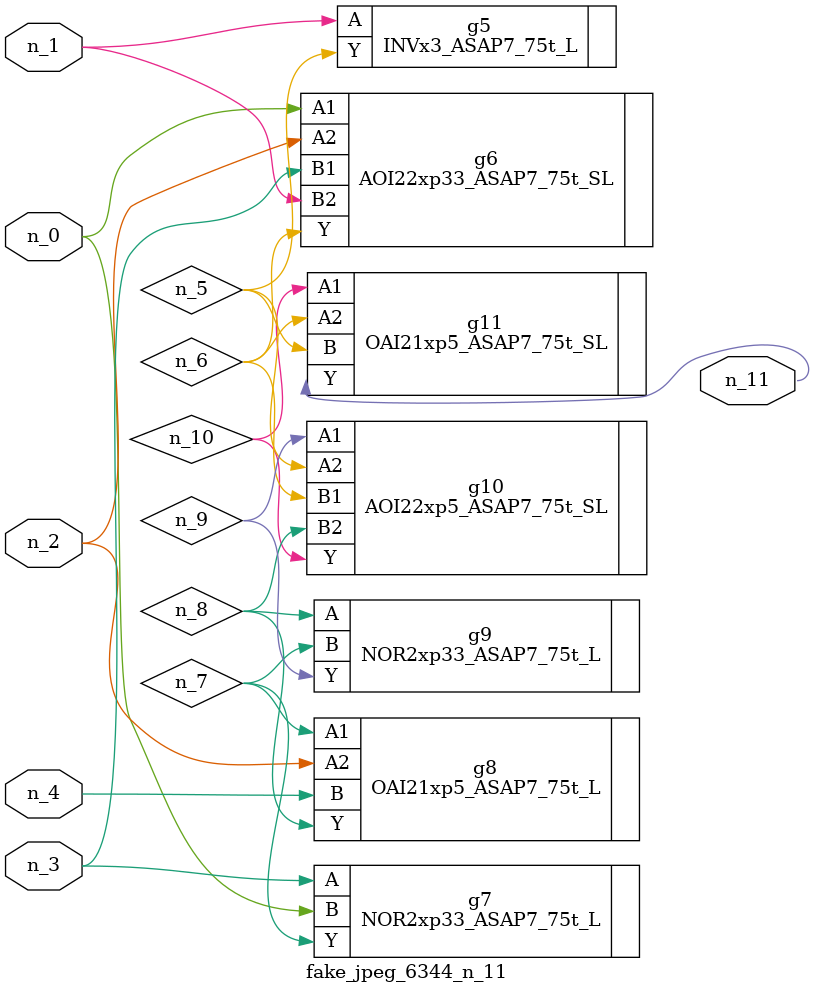
<source format=v>
module fake_jpeg_6344_n_11 (n_3, n_2, n_1, n_0, n_4, n_11);

input n_3;
input n_2;
input n_1;
input n_0;
input n_4;

output n_11;

wire n_10;
wire n_8;
wire n_9;
wire n_6;
wire n_5;
wire n_7;

INVx3_ASAP7_75t_L g5 ( 
.A(n_1),
.Y(n_5)
);

AOI22xp33_ASAP7_75t_SL g6 ( 
.A1(n_0),
.A2(n_2),
.B1(n_3),
.B2(n_1),
.Y(n_6)
);

NOR2xp33_ASAP7_75t_L g7 ( 
.A(n_3),
.B(n_0),
.Y(n_7)
);

OAI21xp5_ASAP7_75t_L g8 ( 
.A1(n_7),
.A2(n_2),
.B(n_4),
.Y(n_8)
);

NOR2xp33_ASAP7_75t_L g9 ( 
.A(n_8),
.B(n_7),
.Y(n_9)
);

AOI22xp5_ASAP7_75t_SL g10 ( 
.A1(n_9),
.A2(n_5),
.B1(n_6),
.B2(n_8),
.Y(n_10)
);

OAI21xp5_ASAP7_75t_SL g11 ( 
.A1(n_10),
.A2(n_6),
.B(n_5),
.Y(n_11)
);


endmodule
</source>
